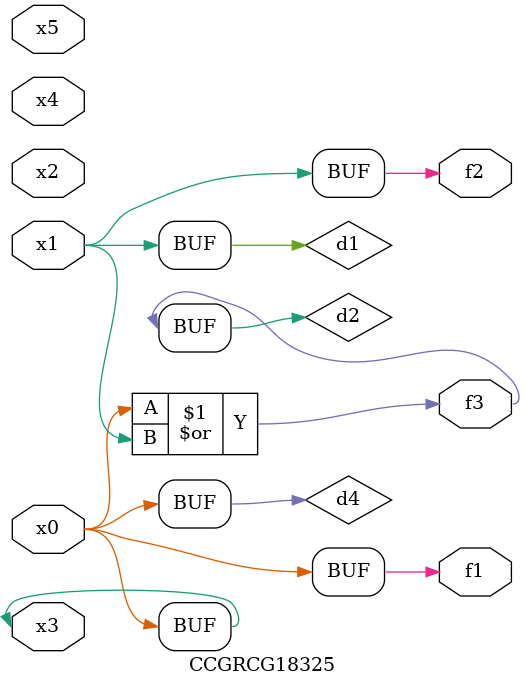
<source format=v>
module CCGRCG18325(
	input x0, x1, x2, x3, x4, x5,
	output f1, f2, f3
);

	wire d1, d2, d3, d4;

	and (d1, x1);
	or (d2, x0, x1);
	nand (d3, x0, x5);
	buf (d4, x0, x3);
	assign f1 = d4;
	assign f2 = d1;
	assign f3 = d2;
endmodule

</source>
